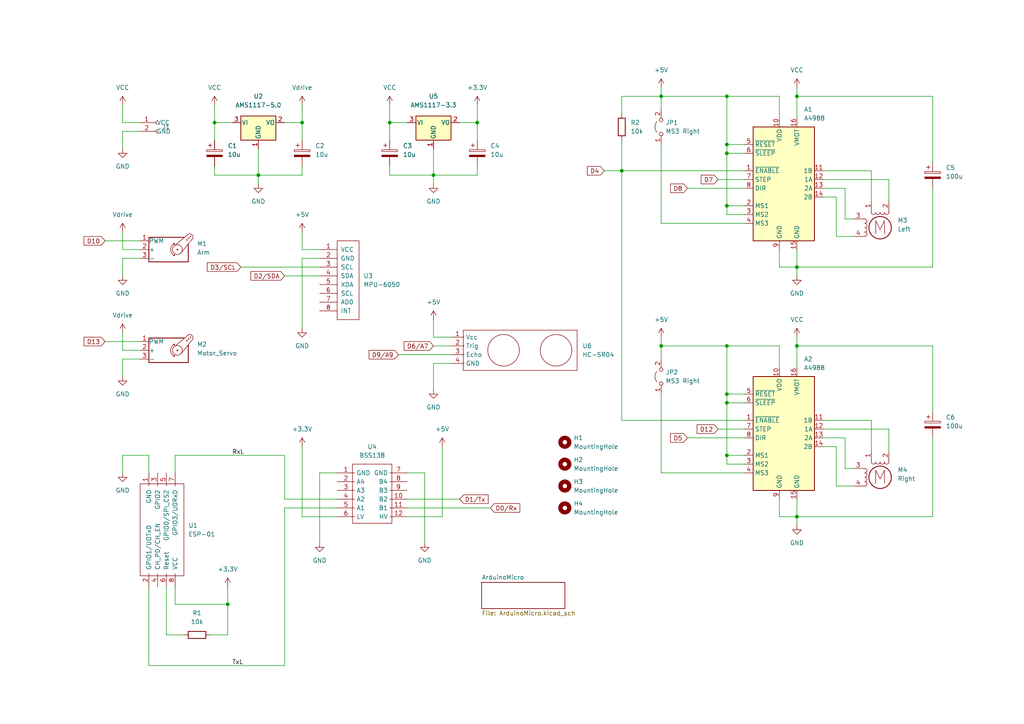
<source format=kicad_sch>
(kicad_sch (version 20211123) (generator eeschema)
  (paper "A4")
  (title_block (title "jRobot-Leonardo-Nano") (date "2022-12-18") (rev "0.1"))
  (lib_symbols
    (symbol "Device:C_Polarized" (pin_numbers hide) (pin_names (offset 0.254))
      (property "Reference" "C" (at 0.635 2.54 0))
      (property "Value" "C_Polarized" (at 0.635 -2.54 0))
      (symbol "C_Polarized_0_1"
        (rectangle (start -2.286 0.508) (end 2.286 1.016))
        (polyline (pts (xy -1.778 2.286) (xy -0.762 2.286)))
        (polyline (pts (xy -1.27 2.794) (xy -1.27 1.778)))
        (rectangle (start 2.286 -0.508) (end -2.286 -1.016) (fill (type outline)))
      )
      (symbol "C_Polarized_1_1"
        (pin passive line (at 0 3.81 270) (length 2.794) (name "~") (number "1"))
        (pin passive line (at 0 -3.81 90) (length 2.794) (name "~") (number "2"))
      )
    )
    (symbol "Device:R" (pin_numbers hide) (pin_names (offset 0))
      (property "Reference" "R" (at 2.032 0 90))
      (property "Value" "R" (at 0 0 90))
      (symbol "R_0_1"
        (rectangle (start -1.016 -2.54) (end 1.016 2.54) (stroke (width 0.254)))
      )
      (symbol "R_1_1"
        (pin passive line (at 0 3.81 270) (length 1.27) (name "~") (number "1"))
        (pin passive line (at 0 -3.81 90) (length 1.27) (name "~") (number "2"))
      )
    )
    (symbol "Jumper:Jumper_2_Open" (pin_names (offset 0) hide)
      (property "Reference" "JP" (at 0 2.794 0))
      (property "Value" "Jumper_2_Open" (at 0 -2.286 0))
      (symbol "Jumper_2_Open_0_0"
        (circle (center -2.032 0) (radius 0.508))
        (circle (center 2.032 0) (radius 0.508))
      )
      (symbol "Jumper_2_Open_0_1"
        (arc (start 1.524 1.27) (mid 0 1.778) (end -1.524 1.27))
      )
      (symbol "Jumper_2_Open_1_1"
        (pin passive line (at -5.08 0 0) (length 2.54) (name "A") (number "1"))
        (pin passive line (at 5.08 0 180) (length 2.54) (name "B") (number "2"))
      )
    )
    (symbol "Mechanical:MountingHole" (pin_names (offset 1.016))
      (property "Reference" "H" (at 0 5.08 0))
      (property "Value" "MountingHole" (at 0 3.175 0))
      (symbol "MountingHole_0_1"
        (circle (center 0 0) (radius 1.27) (stroke (width 1.27)))
      )
    )
    (symbol "Motor:Motor_Servo" (pin_names (offset 0.0254))
      (property "Reference" "M" (at -5.08 4.445 0))
      (property "Value" "Motor_Servo" (at -5.08 -4.064 0))
      (symbol "Motor_Servo_0_1"
        (polyline (pts (xy 2.413 -1.778) (xy 2.032 -1.778)))
        (polyline (pts (xy 2.413 -1.778) (xy 2.286 -1.397)))
        (polyline (pts (xy 2.413 1.778) (xy 1.905 1.778)))
        (polyline (pts (xy 2.413 1.778) (xy 2.286 1.397)))
        (polyline (pts (xy 6.35 4.445) (xy 2.54 1.27)))
        (polyline (pts (xy 7.62 3.175) (xy 4.191 -1.016)))
        (polyline (pts (xy 5.08 3.556) (xy -5.08 3.556) (xy -5.08 -3.556) (xy 6.35 -3.556) (xy 6.35 1.524)) (stroke (width 0.254)))
        (arc (start 2.413 1.778) (mid 1.2406 0) (end 2.413 -1.778))
        (circle (center 3.175 0) (radius 0.1778))
        (circle (center 3.175 0) (radius 1.4224))
        (circle (center 5.969 2.794) (radius 0.127))
        (circle (center 6.477 3.302) (radius 0.127))
        (circle (center 6.985 3.81) (radius 0.127))
        (arc (start 7.62 3.175) (mid 7.4485 4.2735) (end 6.35 4.445))
      )
      (symbol "Motor_Servo_1_1"
        (pin passive line (at -7.62 2.54 0) (length 2.54) (name "PWM") (number "1"))
        (pin passive line (at -7.62 0 0) (length 2.54) (name "+") (number "2"))
        (pin passive line (at -7.62 -2.54 0) (length 2.54) (name "-") (number "3"))
      )
    )
    (symbol "Motor:Stepper_Motor_bipolar" (pin_names (offset 0) hide)
      (property "Reference" "M" (at 3.81 2.54 0))
      (property "Value" "Stepper_Motor_bipolar" (at 3.81 1.27 0))
      (symbol "Stepper_Motor_bipolar_0_0"
        (polyline (pts (xy -1.27 -1.778) (xy -1.27 2.032) (xy 0 -0.508) (xy 1.27 2.032) (xy 1.27 -1.778)))
      )
      (symbol "Stepper_Motor_bipolar_0_1"
        (arc (start -4.445 -2.54) (mid -3.81 -1.905) (end -4.445 -1.27))
        (arc (start -4.445 -1.27) (mid -3.81 -0.635) (end -4.445 0))
        (arc (start -4.445 0) (mid -3.81 0.635) (end -4.445 1.27))
        (arc (start -4.445 1.27) (mid -3.81 1.905) (end -4.445 2.54))
        (arc (start -2.54 4.445) (mid -1.905 3.81) (end -1.27 4.445))
        (arc (start -1.27 4.445) (mid -0.635 3.81) (end 0 4.445))
        (polyline (pts (xy -5.08 -2.54) (xy -4.445 -2.54)))
        (polyline (pts (xy -5.08 2.54) (xy -4.445 2.54)))
        (polyline (pts (xy -2.54 5.08) (xy -2.54 4.445)))
        (polyline (pts (xy 2.54 5.08) (xy 2.54 4.445)))
        (circle (center 0 0) (radius 3.2512) (stroke (width 0.254)))
        (arc (start 0 4.445) (mid 0.635 3.81) (end 1.27 4.445))
        (arc (start 1.27 4.445) (mid 1.905 3.81) (end 2.54 4.445))
      )
      (symbol "Stepper_Motor_bipolar_1_1"
        (pin passive line (at -2.54 7.62 270) (length 2.54) (name "~") (number "1"))
        (pin passive line (at 2.54 7.62 270) (length 2.54) (name "-") (number "2"))
        (pin passive line (at -7.62 2.54 0) (length 2.54) (name "~") (number "3"))
        (pin passive line (at -7.62 -2.54 0) (length 2.54) (name "~") (number "4"))
      )
    )
    (symbol "My_Arduino:ESP-01h" (pin_names (offset 1.016))
      (property "Reference" "U" (at 11.43 -5.08 0))
      (property "Value" "ESP-01h" (at 15.24 -7.62 0))
      (symbol "ESP-01h_0_1"
        (polyline (pts (xy -2.54 -3.175) (xy 10.16 -3.175) (xy 10.16 -29.845) (xy -2.54 -29.845) (xy -2.54 -3.175)) (stroke (width 0.1524)))
      )
      (symbol "ESP-01h_1_1"
        (pin output line (at 0 0 270) (length 3.81) (name "GND") (number "1"))
        (pin power_in line (at 0 -33.02 90) (length 3.81) (name "GPIO1/UOTxD") (number "2"))
        (pin input line (at 2.54 0 270) (length 3.81) (name "GPIO2") (number "3"))
        (pin tri_state line (at 2.54 -33.02 90) (length 3.81) (name "CH_PD/CH_EN") (number "4"))
        (pin input line (at 5.08 0 270) (length 3.81) (name "GPIO0/SPI_CS2") (number "5"))
        (pin tri_state line (at 5.08 -33.02 90) (length 3.81) (name "Reset") (number "6"))
        (pin power_in line (at 7.62 0 270) (length 3.81) (name "GPIO3/UORxD") (number "7"))
        (pin input line (at 7.62 -33.02 90) (length 3.81) (name "VCC") (number "8"))
      )
    )
    (symbol "My_Headers:2-pin_power_input_header" (pin_names (offset 1.016))
      (property "Reference" "J" (at 0 2.54 0))
      (symbol "2-pin_power_input_header_1_1"
        (arc (start 0 -2.032) (mid -0.508 -2.54) (end 0 -3.048) (stroke (width 0.1524)))
        (polyline (pts (xy -1.27 -2.54) (xy -0.508 -2.54)) (stroke (width 0.1524)))
        (polyline (pts (xy -1.27 0) (xy -0.508 0)) (stroke (width 0.1524)))
        (arc (start 0 0.508) (mid -0.508 0) (end 0 -0.508) (stroke (width 0.1524)))
        (pin power_out line (at -5.08 0 0) (length 3.81) (name "VCC") (number "1"))
        (pin power_out line (at -5.08 -2.54 0) (length 3.81) (name "GND") (number "2"))
      )
    )
    (symbol "My_Parts:4-channel_I2C_level_shifter_BSS138"
      (property "Reference" "U" (at 15.875 -5.715 0))
      (property "Value" "4-channel_I2C_level_shifter_BSS138" (at 33.02 -13.97 0))
      (symbol "4-channel_I2C_level_shifter_BSS138_0_1"
        (polyline (pts (xy -2.54 -4.445) (xy -2.54 -15.875) (xy 14.605 -15.875) (xy 14.605 -4.445) (xy -2.54 -4.445)) (stroke (width 0.1524)))
      )
      (symbol "4-channel_I2C_level_shifter_BSS138_1_1"
        (pin power_in line (at 0 0 270) (length 5.08) (name "GND") (number "1"))
        (pin bidirectional line (at 7.62 -20.32 90) (length 5.08) (name "B2") (number "10"))
        (pin bidirectional line (at 10.16 -20.32 90) (length 5.08) (name "B1") (number "11"))
        (pin power_in line (at 12.7 -20.32 90) (length 5.08) (name "HV") (number "12"))
        (pin bidirectional line (at 2.54 0 270) (length 5.08) (name "A4") (number "2"))
        (pin bidirectional line (at 5.08 0 270) (length 5.08) (name "A3") (number "3"))
        (pin bidirectional line (at 7.62 0 270) (length 5.08) (name "A2") (number "4"))
        (pin bidirectional line (at 10.16 0 270) (length 5.08) (name "A1") (number "5"))
        (pin power_in line (at 12.7 0 270) (length 5.08) (name "LV") (number "6"))
        (pin power_in line (at 0 -20.32 90) (length 5.08) (name "GND") (number "7"))
        (pin bidirectional line (at 2.54 -20.32 90) (length 5.08) (name "B4") (number "8"))
        (pin bidirectional line (at 5.08 -20.32 90) (length 5.08) (name "B3") (number "9"))
      )
    )
    (symbol "My_Parts:GY-521_MPU-6050" (pin_names (offset 1.016))
      (property "Reference" "U" (at 6.35 3.81 0))
      (property "Value" "GY-521_MPU-6050" (at 10.16 6.35 0))
      (symbol "GY-521_MPU-6050_0_1"
        (rectangle (start 5.08 2.54) (end 11.43 -20.32))
      )
      (symbol "GY-521_MPU-6050_1_1"
        (pin power_in line (at 0 0 0) (length 5.08) (name "VCC") (number "1"))
        (pin power_in line (at 0 -2.54 0) (length 5.08) (name "GND") (number "2"))
        (pin bidirectional line (at 0 -5.08 0) (length 5.08) (name "SCL") (number "3"))
        (pin bidirectional line (at 0 -7.62 0) (length 5.08) (name "SDA") (number "4"))
        (pin bidirectional line (at 0 -10.16 0) (length 5.08) (name "XDA") (number "5"))
        (pin bidirectional line (at 0 -12.7 0) (length 5.08) (name "SCL") (number "6"))
        (pin bidirectional line (at 0 -15.24 0) (length 5.08) (name "AD0") (number "7"))
        (pin bidirectional line (at 0 -17.78 0) (length 5.08) (name "INT") (number "8"))
      )
    )
    (symbol "My_Parts:HC-SR04_Sonar"
      (property "Reference" "U" (at 5.08 3.302 0))
      (property "Value" "HC-SR04_Sonar" (at 21.59 -11.176 0))
      (symbol "HC-SR04_Sonar_0_1"
        (polyline (pts (xy 3.556 2.032) (xy 3.556 -9.652) (xy 36.576 -9.652) (xy 36.576 2.032) (xy 3.556 2.032)))
        (circle (center 15.24 -3.81) (radius 4.5791))
        (circle (center 30.48 -3.81) (radius 4.5791))
      )
      (symbol "HC-SR04_Sonar_1_1"
        (pin power_in line (at 0 0 0) (length 3.81) (name "Vcc") (number "1"))
        (pin input line (at 0 -2.54 0) (length 3.81) (name "Trig") (number "2"))
        (pin output line (at 0 -5.08 0) (length 3.81) (name "Echo") (number "3"))
        (pin power_in line (at 0 -7.62 0) (length 3.81) (name "GND") (number "4"))
      )
    )
    (symbol "My_Parts:Stepper_Driver_A4988"
      (property "Reference" "A" (at -2.54 19.05 0))
      (property "Value" "Stepper_Driver_A4988" (at -2.54 16.51 0))
      (symbol "Stepper_Driver_A4988_0_1"
        (rectangle (start 10.16 -17.78) (end -7.62 15.24) (stroke (width 0.254)) (fill (type background)))
      )
      (symbol "Stepper_Driver_A4988_1_1"
        (pin input line (at -10.16 2.54 0) (length 2.54) (name "~{ENABLE}") (number "1"))
        (pin power_in line (at 0 17.78 270) (length 2.54) (name "VDD") (number "10"))
        (pin output line (at 12.7 2.54 180) (length 2.54) (name "1B") (number "11"))
        (pin output line (at 12.7 0 180) (length 2.54) (name "1A") (number "12"))
        (pin output line (at 12.7 -2.54 180) (length 2.54) (name "2A") (number "13"))
        (pin output line (at 12.7 -5.08 180) (length 2.54) (name "2B") (number "14"))
        (pin power_in line (at 5.08 -20.32 90) (length 2.54) (name "GND") (number "15"))
        (pin power_in line (at 5.08 17.78 270) (length 2.54) (name "VMOT") (number "16"))
        (pin input line (at -10.16 -7.62 0) (length 2.54) (name "MS1") (number "2"))
        (pin input line (at -10.16 -10.16 0) (length 2.54) (name "MS2") (number "3"))
        (pin input line (at -10.16 -12.7 0) (length 2.54) (name "MS3") (number "4"))
        (pin input line (at -10.16 10.16 0) (length 2.54) (name "~{RESET}") (number "5"))
        (pin input line (at -10.16 7.62 0) (length 2.54) (name "~{SLEEP}") (number "6"))
        (pin input line (at -10.16 0 0) (length 2.54) (name "STEP") (number "7"))
        (pin input line (at -10.16 -2.54 0) (length 2.54) (name "DIR") (number "8"))
        (pin power_in line (at 0 -20.32 90) (length 2.54) (name "GND") (number "9"))
      )
    )
    (symbol "Regulator_Linear:AMS1117-3.3" (pin_names (offset 0.254))
      (property "Reference" "U" (at -3.81 3.175 0))
      (property "Value" "AMS1117-3.3" (at 0 3.175 0))
      (symbol "AMS1117-3.3_0_1"
        (rectangle (start -5.08 -5.08) (end 5.08 1.905) (stroke (width 0.254)) (fill (type background)))
      )
      (symbol "AMS1117-3.3_1_1"
        (pin power_in line (at 0 -7.62 90) (length 2.54) (name "GND") (number "1"))
        (pin power_out line (at 7.62 0 180) (length 2.54) (name "VO") (number "2"))
        (pin power_in line (at -7.62 0 0) (length 2.54) (name "VI") (number "3"))
      )
    )
    (symbol "Regulator_Linear:AMS1117-5.0" (pin_names (offset 0.254))
      (property "Reference" "U" (at -3.81 3.175 0))
      (property "Value" "AMS1117-5.0" (at 0 3.175 0))
      (symbol "AMS1117-5.0_0_1"
        (rectangle (start -5.08 -5.08) (end 5.08 1.905) (stroke (width 0.254)) (fill (type background)))
      )
      (symbol "AMS1117-5.0_1_1"
        (pin power_in line (at 0 -7.62 90) (length 2.54) (name "GND") (number "1"))
        (pin power_out line (at 7.62 0 180) (length 2.54) (name "VO") (number "2"))
        (pin power_in line (at -7.62 0 0) (length 2.54) (name "VI") (number "3"))
      )
    )
    (symbol "power:+3.3V" (power) (pin_names (offset 0))
      (property "Value" "+3.3V" (at 0 3.556 0))
      (symbol "+3.3V_0_1"
        (polyline (pts (xy -0.762 1.27) (xy 0 2.54)))
        (polyline (pts (xy 0 0) (xy 0 2.54)))
        (polyline (pts (xy 0 2.54) (xy 0.762 1.27)))
      )
      (symbol "+3.3V_1_1"
        (pin power_in line (at 0 0 90) (length 0) hide (name "+3.3V") (number "1"))
      )
    )
    (symbol "power:+5V" (power) (pin_names (offset 0))
      (property "Value" "+5V" (at 0 3.556 0))
      (symbol "+5V_0_1"
        (polyline (pts (xy -0.762 1.27) (xy 0 2.54)))
        (polyline (pts (xy 0 0) (xy 0 2.54)))
        (polyline (pts (xy 0 2.54) (xy 0.762 1.27)))
      )
      (symbol "+5V_1_1"
        (pin power_in line (at 0 0 90) (length 0) hide (name "+5V") (number "1"))
      )
    )
    (symbol "power:GND" (power) (pin_names (offset 0))
      (property "Value" "GND" (at 0 -3.81 0))
      (symbol "GND_0_1"
        (polyline (pts (xy 0 0) (xy 0 -1.27) (xy 1.27 -1.27) (xy 0 -2.54) (xy -1.27 -1.27) (xy 0 -1.27)))
      )
      (symbol "GND_1_1"
        (pin power_in line (at 0 0 270) (length 0) hide (name "GND") (number "1"))
      )
    )
    (symbol "power:VCC" (power) (pin_names (offset 0))
      (property "Value" "VCC" (at 0 3.81 0))
      (symbol "VCC_0_1"
        (polyline (pts (xy -0.762 1.27) (xy 0 2.54)))
        (polyline (pts (xy 0 0) (xy 0 2.54)))
        (polyline (pts (xy 0 2.54) (xy 0.762 1.27)))
      )
      (symbol "VCC_1_1"
        (pin power_in line (at 0 0 90) (length 0) hide (name "VCC") (number "1"))
      )
    )
    (symbol "power:Vdrive" (power) (pin_names (offset 0))
      (property "Value" "Vdrive" (at 0 3.81 0))
      (symbol "Vdrive_0_1"
        (polyline (pts (xy -0.762 1.27) (xy 0 2.54)))
        (polyline (pts (xy 0 0) (xy 0 2.54)))
        (polyline (pts (xy 0 2.54) (xy 0.762 1.27)))
      )
      (symbol "Vdrive_1_1"
        (pin power_in line (at 0 0 90) (length 0) hide (name "Vdrive") (number "1"))
      )
    )
  )
  (junction (at 210.82 59.69))
  (junction (at 210.82 41.91))
  (junction (at 113.03 35.56))
  (junction (at 191.77 27.94))
  (junction (at 138.43 35.56))
  (junction (at 231.14 27.94))
  (junction (at 231.14 149.86))
  (junction (at 125.73 50.8))
  (junction (at 210.82 116.84))
  (junction (at 180.34 49.53))
  (junction (at 210.82 44.45))
  (junction (at 62.23 35.56))
  (junction (at 231.14 100.33))
  (junction (at 66.04 175.26))
  (junction (at 191.77 100.33))
  (junction (at 87.63 35.56))
  (junction (at 231.14 77.47))
  (junction (at 210.82 27.94))
  (junction (at 210.82 132.08))
  (junction (at 210.82 100.33))
  (junction (at 210.82 114.3))
  (junction (at 74.93 50.8))
  (wire (pts (xy 191.77 41.91) (xy 191.77 64.77)))
  (wire (pts (xy 125.73 97.79) (xy 125.73 92.71)))
  (wire (pts (xy 215.9 137.16) (xy 191.77 137.16)))
  (wire (pts (xy 50.8 175.26) (xy 66.04 175.26)))
  (wire (pts (xy 242.57 140.97) (xy 242.57 129.54)))
  (wire (pts (xy 191.77 27.94) (xy 210.82 27.94)))
  (wire (pts (xy 226.06 100.33) (xy 226.06 106.68)))
  (wire (pts (xy 123.19 137.16) (xy 123.19 157.48)))
  (wire (pts (xy 74.93 43.18) (xy 74.93 50.8)))
  (wire (pts (xy 74.93 50.8) (xy 74.93 53.34)))
  (wire (pts (xy 215.9 59.69) (xy 210.82 59.69)))
  (wire (pts (xy 62.23 50.8) (xy 74.93 50.8)))
  (wire (pts (xy 245.11 135.89) (xy 247.65 135.89)))
  (wire (pts (xy 43.18 137.16) (xy 43.18 132.08)))
  (wire (pts (xy 238.76 49.53) (xy 252.73 49.53)))
  (wire (pts (xy 66.04 170.18) (xy 66.04 175.26)))
  (wire (pts (xy 66.04 184.15) (xy 60.96 184.15)))
  (wire (pts (xy 118.11 137.16) (xy 123.19 137.16)))
  (wire (pts (xy 113.03 48.26) (xy 113.03 50.8)))
  (wire (pts (xy 238.76 52.07) (xy 257.81 52.07)))
  (wire (pts (xy 257.81 52.07) (xy 257.81 58.42)))
  (wire (pts (xy 257.81 124.46) (xy 257.81 130.81)))
  (wire (pts (xy 82.55 147.32) (xy 97.79 147.32)))
  (wire (pts (xy 67.31 35.56) (xy 62.23 35.56)))
  (wire (pts (xy 66.04 175.26) (xy 66.04 184.15)))
  (wire (pts (xy 231.14 27.94) (xy 270.51 27.94)))
  (wire (pts (xy 118.11 149.86) (xy 128.27 149.86)))
  (wire (pts (xy 30.48 69.85) (xy 40.64 69.85)))
  (wire (pts (xy 226.06 72.39) (xy 226.06 77.47)))
  (wire (pts (xy 247.65 140.97) (xy 242.57 140.97)))
  (wire (pts (xy 242.57 129.54) (xy 238.76 129.54)))
  (wire (pts (xy 40.64 104.14) (xy 35.56 104.14)))
  (wire (pts (xy 48.26 170.18) (xy 48.26 184.15)))
  (wire (pts (xy 53.34 184.15) (xy 48.26 184.15)))
  (wire (pts (xy 87.63 50.8) (xy 87.63 48.26)))
  (wire (pts (xy 238.76 127) (xy 245.11 127)))
  (wire (pts (xy 180.34 121.92) (xy 215.9 121.92)))
  (wire (pts (xy 125.73 50.8) (xy 138.43 50.8)))
  (wire (pts (xy 180.34 40.64) (xy 180.34 49.53)))
  (wire (pts (xy 242.57 57.15) (xy 238.76 57.15)))
  (wire (pts (xy 270.51 77.47) (xy 270.51 54.61)))
  (wire (pts (xy 191.77 25.4) (xy 191.77 27.94)))
  (wire (pts (xy 35.56 72.39) (xy 35.56 67.31)))
  (wire (pts (xy 210.82 44.45) (xy 210.82 59.69)))
  (wire (pts (xy 118.11 147.32) (xy 142.24 147.32)))
  (wire (pts (xy 138.43 40.64) (xy 138.43 35.56)))
  (wire (pts (xy 238.76 124.46) (xy 257.81 124.46)))
  (wire (pts (xy 40.64 72.39) (xy 35.56 72.39)))
  (wire (pts (xy 40.64 38.1) (xy 35.56 38.1)))
  (wire (pts (xy 82.55 144.78) (xy 82.55 132.08)))
  (wire (pts (xy 215.9 41.91) (xy 210.82 41.91)))
  (wire (pts (xy 210.82 132.08) (xy 210.82 134.62)))
  (wire (pts (xy 40.64 101.6) (xy 35.56 101.6)))
  (wire (pts (xy 191.77 27.94) (xy 191.77 31.75)))
  (wire (pts (xy 87.63 74.93) (xy 87.63 95.25)))
  (wire (pts (xy 125.73 43.18) (xy 125.73 50.8)))
  (wire (pts (xy 210.82 41.91) (xy 210.82 44.45)))
  (wire (pts (xy 82.55 80.01) (xy 92.71 80.01)))
  (wire (pts (xy 138.43 30.48) (xy 138.43 35.56)))
  (wire (pts (xy 245.11 54.61) (xy 245.11 63.5)))
  (wire (pts (xy 210.82 100.33) (xy 226.06 100.33)))
  (wire (pts (xy 226.06 77.47) (xy 231.14 77.47)))
  (wire (pts (xy 245.11 127) (xy 245.11 135.89)))
  (wire (pts (xy 210.82 100.33) (xy 210.82 114.3)))
  (wire (pts (xy 97.79 149.86) (xy 87.63 149.86)))
  (wire (pts (xy 35.56 35.56) (xy 35.56 30.48)))
  (wire (pts (xy 231.14 77.47) (xy 270.51 77.47)))
  (wire (pts (xy 113.03 50.8) (xy 125.73 50.8)))
  (wire (pts (xy 252.73 121.92) (xy 238.76 121.92)))
  (wire (pts (xy 231.14 72.39) (xy 231.14 77.47)))
  (wire (pts (xy 113.03 35.56) (xy 113.03 40.64)))
  (wire (pts (xy 118.11 144.78) (xy 133.35 144.78)))
  (wire (pts (xy 62.23 35.56) (xy 62.23 40.64)))
  (wire (pts (xy 242.57 68.58) (xy 242.57 57.15)))
  (wire (pts (xy 247.65 68.58) (xy 242.57 68.58)))
  (wire (pts (xy 208.28 124.46) (xy 215.9 124.46)))
  (wire (pts (xy 215.9 132.08) (xy 210.82 132.08)))
  (wire (pts (xy 199.39 127) (xy 215.9 127)))
  (wire (pts (xy 252.73 49.53) (xy 252.73 58.42)))
  (wire (pts (xy 175.26 49.53) (xy 180.34 49.53)))
  (wire (pts (xy 50.8 132.08) (xy 50.8 137.16)))
  (wire (pts (xy 180.34 49.53) (xy 180.34 121.92)))
  (wire (pts (xy 62.23 48.26) (xy 62.23 50.8)))
  (wire (pts (xy 270.51 27.94) (xy 270.51 46.99)))
  (wire (pts (xy 87.63 30.48) (xy 87.63 35.56)))
  (wire (pts (xy 125.73 113.03) (xy 125.73 105.41)))
  (wire (pts (xy 215.9 64.77) (xy 191.77 64.77)))
  (wire (pts (xy 226.06 27.94) (xy 226.06 34.29)))
  (wire (pts (xy 35.56 38.1) (xy 35.56 43.18)))
  (wire (pts (xy 226.06 144.78) (xy 226.06 149.86)))
  (wire (pts (xy 92.71 72.39) (xy 87.63 72.39)))
  (wire (pts (xy 210.82 116.84) (xy 210.82 132.08)))
  (wire (pts (xy 125.73 50.8) (xy 125.73 53.34)))
  (wire (pts (xy 92.71 77.47) (xy 69.85 77.47)))
  (wire (pts (xy 35.56 104.14) (xy 35.56 109.22)))
  (wire (pts (xy 87.63 35.56) (xy 82.55 35.56)))
  (wire (pts (xy 238.76 54.61) (xy 245.11 54.61)))
  (wire (pts (xy 270.51 149.86) (xy 270.51 127)))
  (wire (pts (xy 191.77 114.3) (xy 191.77 137.16)))
  (wire (pts (xy 191.77 97.79) (xy 191.77 100.33)))
  (wire (pts (xy 40.64 74.93) (xy 35.56 74.93)))
  (wire (pts (xy 231.14 100.33) (xy 270.51 100.33)))
  (wire (pts (xy 208.28 52.07) (xy 215.9 52.07)))
  (wire (pts (xy 92.71 137.16) (xy 92.71 157.48)))
  (wire (pts (xy 231.14 77.47) (xy 231.14 80.01)))
  (wire (pts (xy 231.14 25.4) (xy 231.14 27.94)))
  (wire (pts (xy 215.9 114.3) (xy 210.82 114.3)))
  (wire (pts (xy 30.48 99.06) (xy 40.64 99.06)))
  (wire (pts (xy 43.18 170.18) (xy 43.18 193.04)))
  (wire (pts (xy 43.18 193.04) (xy 82.55 193.04)))
  (wire (pts (xy 191.77 100.33) (xy 210.82 100.33)))
  (wire (pts (xy 231.14 144.78) (xy 231.14 149.86)))
  (wire (pts (xy 180.34 49.53) (xy 215.9 49.53)))
  (wire (pts (xy 125.73 100.33) (xy 130.81 100.33)))
  (wire (pts (xy 62.23 30.48) (xy 62.23 35.56)))
  (wire (pts (xy 118.11 35.56) (xy 113.03 35.56)))
  (wire (pts (xy 252.73 130.81) (xy 252.73 121.92)))
  (wire (pts (xy 82.55 132.08) (xy 50.8 132.08)))
  (wire (pts (xy 130.81 97.79) (xy 125.73 97.79)))
  (wire (pts (xy 245.11 63.5) (xy 247.65 63.5)))
  (wire (pts (xy 50.8 170.18) (xy 50.8 175.26)))
  (wire (pts (xy 43.18 132.08) (xy 35.56 132.08)))
  (wire (pts (xy 191.77 27.94) (xy 180.34 27.94)))
  (wire (pts (xy 210.82 134.62) (xy 215.9 134.62)))
  (wire (pts (xy 97.79 144.78) (xy 82.55 144.78)))
  (wire (pts (xy 231.14 149.86) (xy 270.51 149.86)))
  (wire (pts (xy 40.64 35.56) (xy 35.56 35.56)))
  (wire (pts (xy 231.14 100.33) (xy 231.14 106.68)))
  (wire (pts (xy 215.9 116.84) (xy 210.82 116.84)))
  (wire (pts (xy 92.71 74.93) (xy 87.63 74.93)))
  (wire (pts (xy 113.03 30.48) (xy 113.03 35.56)))
  (wire (pts (xy 125.73 105.41) (xy 130.81 105.41)))
  (wire (pts (xy 82.55 193.04) (xy 82.55 147.32)))
  (wire (pts (xy 210.82 114.3) (xy 210.82 116.84)))
  (wire (pts (xy 270.51 100.33) (xy 270.51 119.38)))
  (wire (pts (xy 128.27 129.54) (xy 128.27 149.86)))
  (wire (pts (xy 210.82 27.94) (xy 226.06 27.94)))
  (wire (pts (xy 180.34 27.94) (xy 180.34 33.02)))
  (wire (pts (xy 231.14 149.86) (xy 231.14 152.4)))
  (wire (pts (xy 115.57 102.87) (xy 130.81 102.87)))
  (wire (pts (xy 199.39 54.61) (xy 215.9 54.61)))
  (wire (pts (xy 138.43 50.8) (xy 138.43 48.26)))
  (wire (pts (xy 87.63 72.39) (xy 87.63 67.31)))
  (wire (pts (xy 210.82 59.69) (xy 210.82 62.23)))
  (wire (pts (xy 35.56 74.93) (xy 35.56 80.01)))
  (wire (pts (xy 215.9 44.45) (xy 210.82 44.45)))
  (wire (pts (xy 226.06 149.86) (xy 231.14 149.86)))
  (wire (pts (xy 35.56 132.08) (xy 35.56 137.16)))
  (wire (pts (xy 35.56 101.6) (xy 35.56 96.52)))
  (wire (pts (xy 74.93 50.8) (xy 87.63 50.8)))
  (wire (pts (xy 210.82 62.23) (xy 215.9 62.23)))
  (wire (pts (xy 231.14 27.94) (xy 231.14 34.29)))
  (wire (pts (xy 191.77 100.33) (xy 191.77 104.14)))
  (wire (pts (xy 210.82 27.94) (xy 210.82 41.91)))
  (wire (pts (xy 97.79 137.16) (xy 92.71 137.16)))
  (wire (pts (xy 231.14 97.79) (xy 231.14 100.33)))
  (wire (pts (xy 87.63 149.86) (xy 87.63 129.54)))
  (wire (pts (xy 138.43 35.56) (xy 133.35 35.56)))
  (wire (pts (xy 87.63 40.64) (xy 87.63 35.56)))
  (label "RxL" (at 67.31 132.08 0))
  (label "TxL" (at 67.31 193.04 0))
  (global_label "D5" (shape input) (at 199.39 127 180) (property "Intersheet References" "${INTERSHEET_REFS}" (effects hide)))
  (global_label "D7" (shape input) (at 208.28 52.07 180) (property "Intersheet References" "${INTERSHEET_REFS}" (effects hide)))
  (global_label "D4" (shape input) (at 175.26 49.53 180) (property "Intersheet References" "${INTERSHEET_REFS}" (effects hide)))
  (global_label "D12" (shape input) (at 208.28 124.46 180) (property "Intersheet References" "${INTERSHEET_REFS}" (effects hide)))
  (global_label "D13" (shape input) (at 30.48 99.06 180) (property "Intersheet References" "${INTERSHEET_REFS}" (effects hide)))
  (global_label "D1{slash}Tx" (shape input) (at 133.35 144.78 0) (property "Intersheet References" "${INTERSHEET_REFS}" (effects hide)))
  (global_label "D6{slash}A7" (shape input) (at 125.73 100.33 180) (property "Intersheet References" "${INTERSHEET_REFS}" (effects hide)))
  (global_label "D8" (shape input) (at 199.39 54.61 180) (property "Intersheet References" "${INTERSHEET_REFS}" (effects hide)))
  (global_label "D2{slash}SDA" (shape input) (at 82.55 80.01 180) (property "Intersheet References" "${INTERSHEET_REFS}" (effects hide)))
  (global_label "D3{slash}SCL" (shape input) (at 69.85 77.47 180) (property "Intersheet References" "${INTERSHEET_REFS}" (effects hide)))
  (global_label "D0{slash}Rx" (shape input) (at 142.24 147.32 0) (property "Intersheet References" "${INTERSHEET_REFS}" (effects hide)))
  (global_label "D10" (shape input) (at 30.48 69.85 180) (property "Intersheet References" "${INTERSHEET_REFS}" (effects hide)))
  (global_label "D9{slash}A9" (shape input) (at 115.57 102.87 180) (property "Intersheet References" "${INTERSHEET_REFS}" (effects hide)))
  (symbol (lib_id "Device:R") (at 180.34 36.83 0) (unit 1)
    (property "Reference" "R2" (at 182.88 35.5599 0) (effects (justify left)))
    (property "Value" "10k" (at 182.88 38.0999 0) (effects (justify left)))
    (property "Footprint" "My_Misc:R_Axial_DIN0207_L6.3mm_D2.5mm_P10.16mm_Horizontal_large" (effects hide))
  )
  (symbol (lib_id "power:VCC") (at 231.14 25.4 0) (unit 1)
    (property "Reference" "#PWR025" (effects hide))
    (property "Value" "VCC" (at 231.14 20.32 0))
  )
  (symbol (lib_id "Mechanical:MountingHole") (at 163.83 147.32 0) (unit 1)
    (property "Reference" "H4" (at 166.37 146.0499 0) (effects (justify left)))
    (property "Value" "MountingHole" (at 166.37 148.5899 0) (effects (justify left)))
    (property "Footprint" "MountingHole:MountingHole_3.2mm_M3" (effects hide))
  )
  (symbol (lib_id "power:+3.3V") (at 66.04 170.18 0) (unit 1)
    (property "Reference" "#PWR09" (effects hide))
    (property "Value" "+3.3V" (at 66.04 165.1 0))
  )
  (symbol (lib_id "power:VCC") (at 62.23 30.48 0) (unit 1)
    (property "Reference" "#PWR08" (effects hide))
    (property "Value" "VCC" (at 62.23 25.4 0))
  )
  (symbol (lib_id "Motor:Stepper_Motor_bipolar") (at 255.27 66.04 0) (unit 1)
    (property "Reference" "M3" (at 260.35 63.919 0) (effects (justify left)))
    (property "Value" "Left" (at 260.35 66.459 0) (effects (justify left)))
    (property "Footprint" "My_Parts:PhoenixPCB_2-Pole_Stepper_Connector" (effects hide))
    (property "Datasheet" "http://www.infineon.com/dgdl/Application-Note-TLE8110EE_driving_UniPolarStepperMotor_V1.1.pdf?fileId=db3a30431be39b97011be5d0aa0a00b0" (effects hide))
  )
  (symbol (lib_id "Motor:Stepper_Motor_bipolar") (at 255.27 138.43 0) (unit 1)
    (property "Reference" "M4" (at 260.35 136.309 0) (effects (justify left)))
    (property "Value" "Right" (at 260.35 138.849 0) (effects (justify left)))
    (property "Footprint" "My_Parts:PhoenixPCB_2-Pole_Stepper_Connector" (effects hide))
    (property "Datasheet" "http://www.infineon.com/dgdl/Application-Note-TLE8110EE_driving_UniPolarStepperMotor_V1.1.pdf?fileId=db3a30431be39b97011be5d0aa0a00b0" (effects hide))
  )
  (symbol (lib_id "power:+5V") (at 191.77 25.4 0) (unit 1)
    (property "Reference" "#PWR023" (effects hide))
    (property "Value" "+5V" (at 191.77 20.32 0))
  )
  (symbol (lib_id "My_Parts:GY-521_MPU-6050") (at 92.71 72.39 0) (unit 1)
    (property "Reference" "U3" (at 105.41 80.0099 0) (effects (justify left)))
    (property "Value" "MPU-6050" (at 105.41 82.5499 0) (effects (justify left)))
    (property "Footprint" "My_Parts:GY-521_MPU6050_w_header_large" (effects hide))
  )
  (symbol (lib_id "Device:C_Polarized") (at 62.23 44.45 0) (unit 1)
    (property "Reference" "C1" (at 66.04 42.2909 0) (effects (justify left)))
    (property "Value" "10u" (at 66.04 44.8309 0) (effects (justify left)))
    (property "Footprint" "My_Misc:CP_Radial_D5.0mm_P2.00mm_larger" (effects hide))
  )
  (symbol (lib_id "power:+5V") (at 128.27 129.54 0) (unit 1)
    (property "Reference" "#PWR021" (effects hide))
    (property "Value" "+5V" (at 128.27 124.46 0))
  )
  (symbol (lib_id "Device:C_Polarized") (at 138.43 44.45 0) (unit 1)
    (property "Reference" "C4" (at 142.24 42.2909 0) (effects (justify left)))
    (property "Value" "10u" (at 142.24 44.8309 0) (effects (justify left)))
    (property "Footprint" "My_Misc:CP_Radial_D5.0mm_P2.00mm_larger" (effects hide))
  )
  (symbol (lib_id "power:GND") (at 125.73 53.34 0) (unit 1)
    (property "Reference" "#PWR018" (effects hide))
    (property "Value" "GND" (at 125.73 58.42 0))
  )
  (symbol (lib_id "My_Arduino:ESP-01h") (at 43.18 137.16 0) (unit 1)
    (property "Reference" "U1" (at 54.61 152.3999 0) (effects (justify left)))
    (property "Value" "ESP-01" (at 54.61 154.9399 0) (effects (justify left)))
    (property "Footprint" "My_ESP8266:ESP-01_w_pin_socket_large" (effects hide))
    (property "Datasheet" "http://l0l.org.uk/2014/12/esp8266-modules-hardware-guide-gotta-catch-em-all/" (effects hide))
  )
  (symbol (lib_id "power:+5V") (at 191.77 97.79 0) (unit 1)
    (property "Reference" "#PWR024" (effects hide))
    (property "Value" "+5V" (at 191.77 92.71 0))
  )
  (symbol (lib_id "power:GND") (at 92.71 157.48 0) (unit 1)
    (property "Reference" "#PWR015" (effects hide))
    (property "Value" "GND" (at 92.71 162.56 0))
  )
  (symbol (lib_id "Device:C_Polarized") (at 270.51 50.8 0) (unit 1)
    (property "Reference" "C5" (at 274.32 48.6409 0) (effects (justify left)))
    (property "Value" "100u" (at 274.32 51.1809 0) (effects (justify left)))
    (property "Footprint" "My_Misc:CP_Radial_D5.0mm_P2.00mm_larger" (effects hide))
  )
  (symbol (lib_id "power:GND") (at 35.56 137.16 0) (unit 1)
    (property "Reference" "#PWR07" (effects hide))
    (property "Value" "GND" (at 35.56 142.24 0))
  )
  (symbol (lib_id "power:+3.3V") (at 138.43 30.48 0) (unit 1)
    (property "Reference" "#PWR022" (effects hide))
    (property "Value" "+3.3V" (at 138.43 25.4 0))
  )
  (symbol (lib_id "Motor:Motor_Servo") (at 48.26 101.6 0) (unit 1)
    (property "Reference" "M2" (at 57.15 99.8965 0) (effects (justify left)))
    (property "Value" "Motor_Servo" (at 57.15 102.4365 0) (effects (justify left)))
    (property "Datasheet" "http://forums.parallax.com/uploads/attachments/46831/74481.png" (effects hide))
  )
  (symbol (lib_id "power:GND") (at 35.56 80.01 0) (unit 1)
    (property "Reference" "#PWR04" (effects hide))
    (property "Value" "GND" (at 35.56 85.09 0))
  )
  (symbol (lib_id "Device:C_Polarized") (at 113.03 44.45 0) (unit 1)
    (property "Reference" "C3" (at 116.84 42.2909 0) (effects (justify left)))
    (property "Value" "10u" (at 116.84 44.8309 0) (effects (justify left)))
    (property "Footprint" "My_Misc:CP_Radial_D5.0mm_P2.00mm_larger" (effects hide))
  )
  (symbol (lib_id "My_Parts:4-channel_I2C_level_shifter_BSS138") (at 97.79 137.16 90) (mirror x) (unit 1)
    (property "Reference" "U4" (at 107.95 129.54 90))
    (property "Value" "BSS138" (at 107.95 132.08 90))
    (property "Footprint" "My_Parts:4-channel_I2C_level_shifter_BSS138_large" (effects hide))
  )
  (symbol (lib_id "power:GND") (at 35.56 43.18 0) (unit 1)
    (property "Reference" "#PWR02" (effects hide))
    (property "Value" "GND" (at 35.56 48.26 0))
  )
  (symbol (lib_id "Regulator_Linear:AMS1117-5.0") (at 74.93 35.56 0) (unit 1)
    (property "Reference" "U2" (at 74.93 27.94 0))
    (property "Value" "AMS1117-5.0" (at 74.93 30.48 0))
    (property "Footprint" "Package_TO_SOT_SMD:SOT-223-3_TabPin2" (effects hide))
    (property "Datasheet" "http://www.advanced-monolithic.com/pdf/ds1117.pdf" (effects hide))
  )
  (symbol (lib_id "power:GND") (at 74.93 53.34 0) (unit 1)
    (property "Reference" "#PWR010" (effects hide))
    (property "Value" "GND" (at 74.93 58.42 0))
  )
  (symbol (lib_id "power:GND") (at 123.19 157.48 0) (unit 1)
    (property "Reference" "#PWR017" (effects hide))
    (property "Value" "GND" (at 123.19 162.56 0))
  )
  (symbol (lib_id "My_Parts:Stepper_Driver_A4988") (at 226.06 124.46 0) (unit 1)
    (property "Reference" "A2" (at 233.1594 104.14 0) (effects (justify left)))
    (property "Value" "A4988" (at 233.1594 106.68 0) (effects (justify left)))
    (property "Footprint" "My_Misc:Pololu_Breakout-16_15.2x20.3mm_large" (effects hide))
    (property "Datasheet" "https://www.pololu.com/product/2980/pictures" (effects hide))
  )
  (symbol (lib_id "Device:C_Polarized") (at 270.51 123.19 0) (unit 1)
    (property "Reference" "C6" (at 274.32 121.0309 0) (effects (justify left)))
    (property "Value" "100u" (at 274.32 123.5709 0) (effects (justify left)))
    (property "Footprint" "My_Misc:CP_Radial_D5.0mm_P2.00mm_larger" (effects hide))
  )
  (symbol (lib_id "Jumper:Jumper_2_Open") (at 191.77 36.83 90) (unit 1)
    (property "Reference" "JP1" (at 193.04 35.5599 90) (effects (justify right)))
    (property "Value" "MS3 Right" (at 193.04 38.0999 90) (effects (justify right)))
    (property "Footprint" "My_Parts:Jumper_1x02_P2.54mm_large" (effects hide))
  )
  (symbol (lib_id "Device:C_Polarized") (at 87.63 44.45 0) (unit 1)
    (property "Reference" "C2" (at 91.44 42.2909 0) (effects (justify left)))
    (property "Value" "10u" (at 91.44 44.8309 0) (effects (justify left)))
    (property "Footprint" "My_Misc:CP_Radial_D5.0mm_P2.00mm_larger" (effects hide))
  )
  (symbol (lib_id "power:Vdrive") (at 87.63 30.48 0) (unit 1)
    (property "Reference" "#PWR011" (effects hide))
    (property "Value" "Vdrive" (at 87.63 25.4 0))
  )
  (symbol (lib_id "Device:R") (at 57.15 184.15 90) (unit 1)
    (property "Reference" "R1" (at 57.15 177.8 90))
    (property "Value" "10k" (at 57.15 180.34 90))
    (property "Footprint" "My_Misc:R_Axial_DIN0207_L6.3mm_D2.5mm_P10.16mm_Horizontal_large" (effects hide))
  )
  (symbol (lib_id "My_Headers:2-pin_power_input_header") (at 45.72 35.56 0) (unit 1)
    (property "Reference" "J1" (at 46.99 36.8299 0) (effects (justify left)))
    (property "Value" "2-pin_power_input_header" (effects hide))
    (property "Footprint" "My_Headers:2-pin_power_input_header" (effects hide))
  )
  (symbol (lib_id "power:Vdrive") (at 35.56 96.52 0) (unit 1)
    (property "Reference" "#PWR05" (effects hide))
    (property "Value" "Vdrive" (at 35.56 91.44 0))
  )
  (symbol (lib_id "power:GND") (at 87.63 95.25 0) (unit 1)
    (property "Reference" "#PWR013" (effects hide))
    (property "Value" "GND" (at 87.63 100.33 0))
  )
  (symbol (lib_id "power:+5V") (at 87.63 67.31 0) (unit 1)
    (property "Reference" "#PWR012" (effects hide))
    (property "Value" "+5V" (at 87.63 62.23 0))
  )
  (symbol (lib_id "Mechanical:MountingHole") (at 163.83 140.97 0) (unit 1)
    (property "Reference" "H3" (at 166.37 139.6999 0) (effects (justify left)))
    (property "Value" "MountingHole" (at 166.37 142.2399 0) (effects (justify left)))
    (property "Footprint" "MountingHole:MountingHole_3.2mm_M3" (effects hide))
  )
  (symbol (lib_id "power:VCC") (at 231.14 97.79 0) (unit 1)
    (property "Reference" "#PWR027" (effects hide))
    (property "Value" "VCC" (at 231.14 92.71 0))
  )
  (symbol (lib_id "Mechanical:MountingHole") (at 163.83 128.27 0) (unit 1)
    (property "Reference" "H1" (at 166.37 126.9999 0) (effects (justify left)))
    (property "Value" "MountingHole" (at 166.37 129.5399 0) (effects (justify left)))
    (property "Footprint" "MountingHole:MountingHole_3.2mm_M3" (effects hide))
  )
  (symbol (lib_id "My_Parts:HC-SR04_Sonar") (at 130.81 97.79 0) (unit 1)
    (property "Reference" "U6" (at 168.91 100.3299 0) (effects (justify left)))
    (property "Value" "HC-SR04" (at 168.91 102.8699 0) (effects (justify left)))
    (property "Footprint" "My_Headers:4-pin JST HC-SR04 Sonar" (effects hide))
  )
  (symbol (lib_id "Motor:Motor_Servo") (at 48.26 72.39 0) (unit 1)
    (property "Reference" "M1" (at 57.15 70.6865 0) (effects (justify left)))
    (property "Value" "Arm" (at 57.15 73.2265 0) (effects (justify left)))
    (property "Footprint" "My_Headers:3-pin JST Servo" (effects hide))
    (property "Datasheet" "http://forums.parallax.com/uploads/attachments/46831/74481.png" (effects hide))
  )
  (symbol (lib_id "power:VCC") (at 35.56 30.48 0) (unit 1)
    (property "Reference" "#PWR01" (effects hide))
    (property "Value" "VCC" (at 35.56 25.4 0))
  )
  (symbol (lib_id "power:+3.3V") (at 87.63 129.54 0) (unit 1)
    (property "Reference" "#PWR014" (effects hide))
    (property "Value" "+3.3V" (at 87.63 124.46 0))
  )
  (symbol (lib_id "Jumper:Jumper_2_Open") (at 191.77 109.22 90) (unit 1)
    (property "Reference" "JP2" (at 193.04 107.9499 90) (effects (justify right)))
    (property "Value" "MS3 Right" (at 193.04 110.4899 90) (effects (justify right)))
    (property "Footprint" "My_Parts:Jumper_1x02_P2.54mm_large" (effects hide))
  )
  (symbol (lib_id "power:Vdrive") (at 35.56 67.31 0) (unit 1)
    (property "Reference" "#PWR03" (effects hide))
    (property "Value" "Vdrive" (at 35.56 62.23 0))
  )
  (symbol (lib_id "power:GND") (at 35.56 109.22 0) (unit 1)
    (property "Reference" "#PWR06" (effects hide))
    (property "Value" "GND" (at 35.56 114.3 0))
  )
  (symbol (lib_id "Regulator_Linear:AMS1117-3.3") (at 125.73 35.56 0) (unit 1)
    (property "Reference" "U5" (at 125.73 27.94 0))
    (property "Value" "AMS1117-3.3" (at 125.73 30.48 0))
    (property "Footprint" "Package_TO_SOT_SMD:SOT-223-3_TabPin2" (effects hide))
    (property "Datasheet" "http://www.advanced-monolithic.com/pdf/ds1117.pdf" (effects hide))
  )
  (symbol (lib_id "power:VCC") (at 113.03 30.48 0) (unit 1)
    (property "Reference" "#PWR016" (effects hide))
    (property "Value" "VCC" (at 113.03 25.4 0))
  )
  (symbol (lib_id "My_Parts:Stepper_Driver_A4988") (at 226.06 52.07 0) (unit 1)
    (property "Reference" "A1" (at 233.1594 31.75 0) (effects (justify left)))
    (property "Value" "A4988" (at 233.1594 34.29 0) (effects (justify left)))
    (property "Footprint" "My_Misc:Pololu_Breakout-16_15.2x20.3mm_large" (effects hide))
    (property "Datasheet" "https://www.pololu.com/product/2980/pictures" (effects hide))
  )
  (symbol (lib_id "power:GND") (at 125.73 113.03 0) (unit 1)
    (property "Reference" "#PWR020" (effects hide))
    (property "Value" "GND" (at 125.73 118.11 0))
  )
  (symbol (lib_id "Mechanical:MountingHole") (at 163.83 134.62 0) (unit 1)
    (property "Reference" "H2" (at 166.37 133.3499 0) (effects (justify left)))
    (property "Value" "MountingHole" (at 166.37 135.8899 0) (effects (justify left)))
    (property "Footprint" "MountingHole:MountingHole_3.2mm_M3" (effects hide))
  )
  (symbol (lib_id "power:GND") (at 231.14 152.4 0) (unit 1)
    (property "Reference" "#PWR028" (effects hide))
    (property "Value" "GND" (at 231.14 157.48 0))
  )
  (symbol (lib_id "power:+5V") (at 125.73 92.71 0) (unit 1)
    (property "Reference" "#PWR019" (effects hide))
    (property "Value" "+5V" (at 125.73 87.63 0))
  )
  (symbol (lib_id "power:GND") (at 231.14 80.01 0) (unit 1)
    (property "Reference" "#PWR026" (effects hide))
    (property "Value" "GND" (at 231.14 85.09 0))
  )
  (sheet (at 139.7 168.91) (size 24.13 7.62) (stroke (width 0.1524))
    (property "Sheet name" "ArduinoMicro" (at 139.7 168.1984 0) (effects (justify left bottom)))
    (property "Sheet file" "ArduinoMicro.kicad_sch" (at 139.7 177.1146 0) (effects (justify left top)))
  )
)
</source>
